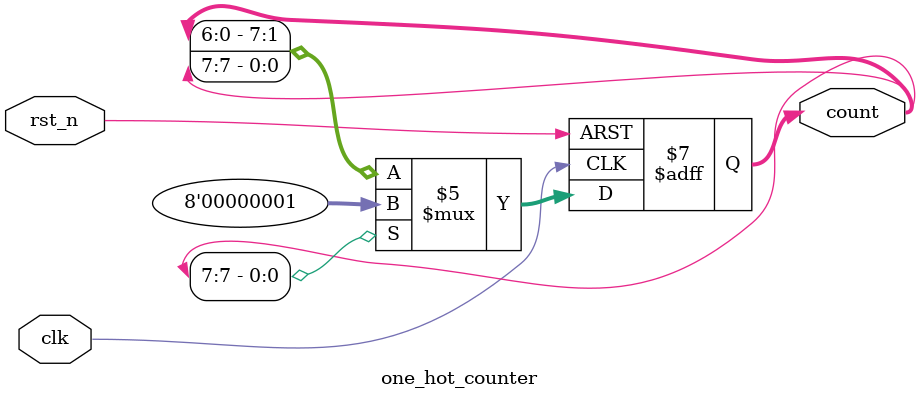
<source format=v>
module one_hot_counter #(
    parameter WIDTH = 8
) (
    input wire clk,
    input wire rst_n,
    output reg [WIDTH-1:0] count
);
always @(posedge clk or negedge rst_n) begin
    if (!rst_n) begin
        count <= {{WIDTH-1{1'b0}}, 1'b1}; // Reset to 1-hot "1"
    end 
    else begin
        if (count[WIDTH-1] == 1'b1) begin
            count <= {{WIDTH-1{1'b0}}, 1'b1}; // Wrap around to first state
        end 
        
        else begin
            count <= {count[WIDTH-2:0], count[WIDTH-1]}; // Shift left
        end
    end
end
endmodule
</source>
